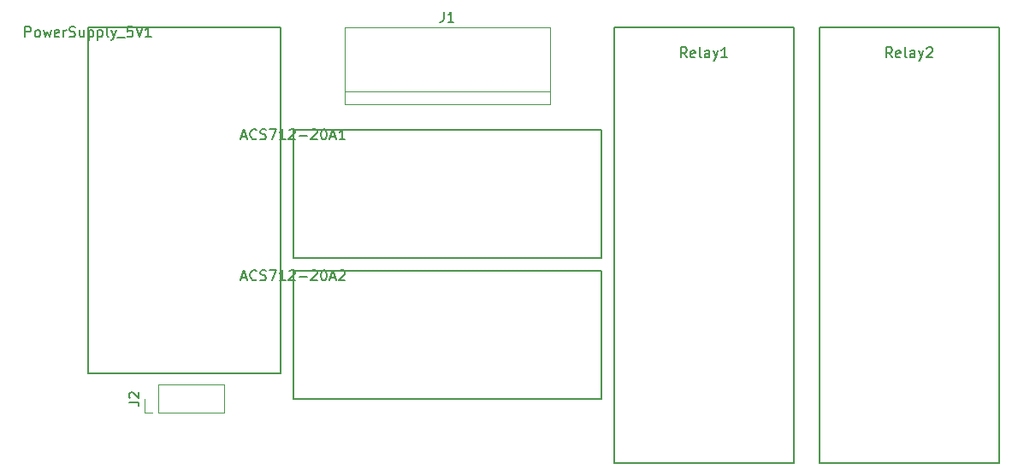
<source format=gbr>
G04 #@! TF.FileFunction,Legend,Top*
%FSLAX46Y46*%
G04 Gerber Fmt 4.6, Leading zero omitted, Abs format (unit mm)*
G04 Created by KiCad (PCBNEW 4.0.6) date Fri Aug 18 12:54:38 2017*
%MOMM*%
%LPD*%
G01*
G04 APERTURE LIST*
%ADD10C,0.100000*%
%ADD11C,0.150000*%
%ADD12C,0.120000*%
G04 APERTURE END LIST*
D10*
D11*
X157480000Y-63500000D02*
X157480000Y-50800000D01*
X157480000Y-50800000D02*
X127000000Y-50800000D01*
X127000000Y-50800000D02*
X127000000Y-63500000D01*
X127000000Y-63500000D02*
X157480000Y-63500000D01*
X157480000Y-77470000D02*
X157480000Y-64770000D01*
X157480000Y-64770000D02*
X127000000Y-64770000D01*
X127000000Y-64770000D02*
X127000000Y-77470000D01*
X127000000Y-77470000D02*
X157480000Y-77470000D01*
D12*
X132080000Y-40640000D02*
X132080000Y-48260000D01*
X152400000Y-48260000D02*
X152400000Y-40640000D01*
X152400000Y-46990000D02*
X132080000Y-46990000D01*
X132080000Y-40640000D02*
X152400000Y-40640000D01*
X132080000Y-48260000D02*
X152400000Y-48260000D01*
X113665000Y-78860000D02*
X120135000Y-78860000D01*
X120135000Y-78860000D02*
X120135000Y-76080000D01*
X120135000Y-76080000D02*
X113665000Y-76080000D01*
X113665000Y-76080000D02*
X113665000Y-78860000D01*
X113030000Y-78860000D02*
X112275000Y-78860000D01*
X112275000Y-78860000D02*
X112275000Y-77470000D01*
D11*
X125730000Y-74930000D02*
X125730000Y-40640000D01*
X125730000Y-40640000D02*
X106680000Y-40640000D01*
X106680000Y-40640000D02*
X106680000Y-74930000D01*
X106680000Y-74930000D02*
X125730000Y-74930000D01*
X176530000Y-83820000D02*
X176530000Y-40640000D01*
X176530000Y-40640000D02*
X158750000Y-40640000D01*
X158750000Y-40640000D02*
X158750000Y-83820000D01*
X158750000Y-83820000D02*
X176530000Y-83820000D01*
X196850000Y-83820000D02*
X196850000Y-40640000D01*
X196850000Y-40640000D02*
X179070000Y-40640000D01*
X179070000Y-40640000D02*
X179070000Y-83820000D01*
X179070000Y-83820000D02*
X196850000Y-83820000D01*
X121880952Y-51466667D02*
X122357143Y-51466667D01*
X121785714Y-51752381D02*
X122119047Y-50752381D01*
X122452381Y-51752381D01*
X123357143Y-51657143D02*
X123309524Y-51704762D01*
X123166667Y-51752381D01*
X123071429Y-51752381D01*
X122928571Y-51704762D01*
X122833333Y-51609524D01*
X122785714Y-51514286D01*
X122738095Y-51323810D01*
X122738095Y-51180952D01*
X122785714Y-50990476D01*
X122833333Y-50895238D01*
X122928571Y-50800000D01*
X123071429Y-50752381D01*
X123166667Y-50752381D01*
X123309524Y-50800000D01*
X123357143Y-50847619D01*
X123738095Y-51704762D02*
X123880952Y-51752381D01*
X124119048Y-51752381D01*
X124214286Y-51704762D01*
X124261905Y-51657143D01*
X124309524Y-51561905D01*
X124309524Y-51466667D01*
X124261905Y-51371429D01*
X124214286Y-51323810D01*
X124119048Y-51276190D01*
X123928571Y-51228571D01*
X123833333Y-51180952D01*
X123785714Y-51133333D01*
X123738095Y-51038095D01*
X123738095Y-50942857D01*
X123785714Y-50847619D01*
X123833333Y-50800000D01*
X123928571Y-50752381D01*
X124166667Y-50752381D01*
X124309524Y-50800000D01*
X124642857Y-50752381D02*
X125309524Y-50752381D01*
X124880952Y-51752381D01*
X126214286Y-51752381D02*
X125642857Y-51752381D01*
X125928571Y-51752381D02*
X125928571Y-50752381D01*
X125833333Y-50895238D01*
X125738095Y-50990476D01*
X125642857Y-51038095D01*
X126595238Y-50847619D02*
X126642857Y-50800000D01*
X126738095Y-50752381D01*
X126976191Y-50752381D01*
X127071429Y-50800000D01*
X127119048Y-50847619D01*
X127166667Y-50942857D01*
X127166667Y-51038095D01*
X127119048Y-51180952D01*
X126547619Y-51752381D01*
X127166667Y-51752381D01*
X127595238Y-51371429D02*
X128357143Y-51371429D01*
X128785714Y-50847619D02*
X128833333Y-50800000D01*
X128928571Y-50752381D01*
X129166667Y-50752381D01*
X129261905Y-50800000D01*
X129309524Y-50847619D01*
X129357143Y-50942857D01*
X129357143Y-51038095D01*
X129309524Y-51180952D01*
X128738095Y-51752381D01*
X129357143Y-51752381D01*
X129976190Y-50752381D02*
X130071429Y-50752381D01*
X130166667Y-50800000D01*
X130214286Y-50847619D01*
X130261905Y-50942857D01*
X130309524Y-51133333D01*
X130309524Y-51371429D01*
X130261905Y-51561905D01*
X130214286Y-51657143D01*
X130166667Y-51704762D01*
X130071429Y-51752381D01*
X129976190Y-51752381D01*
X129880952Y-51704762D01*
X129833333Y-51657143D01*
X129785714Y-51561905D01*
X129738095Y-51371429D01*
X129738095Y-51133333D01*
X129785714Y-50942857D01*
X129833333Y-50847619D01*
X129880952Y-50800000D01*
X129976190Y-50752381D01*
X130690476Y-51466667D02*
X131166667Y-51466667D01*
X130595238Y-51752381D02*
X130928571Y-50752381D01*
X131261905Y-51752381D01*
X132119048Y-51752381D02*
X131547619Y-51752381D01*
X131833333Y-51752381D02*
X131833333Y-50752381D01*
X131738095Y-50895238D01*
X131642857Y-50990476D01*
X131547619Y-51038095D01*
X121880952Y-65436667D02*
X122357143Y-65436667D01*
X121785714Y-65722381D02*
X122119047Y-64722381D01*
X122452381Y-65722381D01*
X123357143Y-65627143D02*
X123309524Y-65674762D01*
X123166667Y-65722381D01*
X123071429Y-65722381D01*
X122928571Y-65674762D01*
X122833333Y-65579524D01*
X122785714Y-65484286D01*
X122738095Y-65293810D01*
X122738095Y-65150952D01*
X122785714Y-64960476D01*
X122833333Y-64865238D01*
X122928571Y-64770000D01*
X123071429Y-64722381D01*
X123166667Y-64722381D01*
X123309524Y-64770000D01*
X123357143Y-64817619D01*
X123738095Y-65674762D02*
X123880952Y-65722381D01*
X124119048Y-65722381D01*
X124214286Y-65674762D01*
X124261905Y-65627143D01*
X124309524Y-65531905D01*
X124309524Y-65436667D01*
X124261905Y-65341429D01*
X124214286Y-65293810D01*
X124119048Y-65246190D01*
X123928571Y-65198571D01*
X123833333Y-65150952D01*
X123785714Y-65103333D01*
X123738095Y-65008095D01*
X123738095Y-64912857D01*
X123785714Y-64817619D01*
X123833333Y-64770000D01*
X123928571Y-64722381D01*
X124166667Y-64722381D01*
X124309524Y-64770000D01*
X124642857Y-64722381D02*
X125309524Y-64722381D01*
X124880952Y-65722381D01*
X126214286Y-65722381D02*
X125642857Y-65722381D01*
X125928571Y-65722381D02*
X125928571Y-64722381D01*
X125833333Y-64865238D01*
X125738095Y-64960476D01*
X125642857Y-65008095D01*
X126595238Y-64817619D02*
X126642857Y-64770000D01*
X126738095Y-64722381D01*
X126976191Y-64722381D01*
X127071429Y-64770000D01*
X127119048Y-64817619D01*
X127166667Y-64912857D01*
X127166667Y-65008095D01*
X127119048Y-65150952D01*
X126547619Y-65722381D01*
X127166667Y-65722381D01*
X127595238Y-65341429D02*
X128357143Y-65341429D01*
X128785714Y-64817619D02*
X128833333Y-64770000D01*
X128928571Y-64722381D01*
X129166667Y-64722381D01*
X129261905Y-64770000D01*
X129309524Y-64817619D01*
X129357143Y-64912857D01*
X129357143Y-65008095D01*
X129309524Y-65150952D01*
X128738095Y-65722381D01*
X129357143Y-65722381D01*
X129976190Y-64722381D02*
X130071429Y-64722381D01*
X130166667Y-64770000D01*
X130214286Y-64817619D01*
X130261905Y-64912857D01*
X130309524Y-65103333D01*
X130309524Y-65341429D01*
X130261905Y-65531905D01*
X130214286Y-65627143D01*
X130166667Y-65674762D01*
X130071429Y-65722381D01*
X129976190Y-65722381D01*
X129880952Y-65674762D01*
X129833333Y-65627143D01*
X129785714Y-65531905D01*
X129738095Y-65341429D01*
X129738095Y-65103333D01*
X129785714Y-64912857D01*
X129833333Y-64817619D01*
X129880952Y-64770000D01*
X129976190Y-64722381D01*
X130690476Y-65436667D02*
X131166667Y-65436667D01*
X130595238Y-65722381D02*
X130928571Y-64722381D01*
X131261905Y-65722381D01*
X131547619Y-64817619D02*
X131595238Y-64770000D01*
X131690476Y-64722381D01*
X131928572Y-64722381D01*
X132023810Y-64770000D01*
X132071429Y-64817619D01*
X132119048Y-64912857D01*
X132119048Y-65008095D01*
X132071429Y-65150952D01*
X131500000Y-65722381D01*
X132119048Y-65722381D01*
X141886667Y-39102381D02*
X141886667Y-39816667D01*
X141839047Y-39959524D01*
X141743809Y-40054762D01*
X141600952Y-40102381D01*
X141505714Y-40102381D01*
X142886667Y-40102381D02*
X142315238Y-40102381D01*
X142600952Y-40102381D02*
X142600952Y-39102381D01*
X142505714Y-39245238D01*
X142410476Y-39340476D01*
X142315238Y-39388095D01*
X110727381Y-77803333D02*
X111441667Y-77803333D01*
X111584524Y-77850953D01*
X111679762Y-77946191D01*
X111727381Y-78089048D01*
X111727381Y-78184286D01*
X110822619Y-77374762D02*
X110775000Y-77327143D01*
X110727381Y-77231905D01*
X110727381Y-76993809D01*
X110775000Y-76898571D01*
X110822619Y-76850952D01*
X110917857Y-76803333D01*
X111013095Y-76803333D01*
X111155952Y-76850952D01*
X111727381Y-77422381D01*
X111727381Y-76803333D01*
X100465713Y-41592381D02*
X100465713Y-40592381D01*
X100846666Y-40592381D01*
X100941904Y-40640000D01*
X100989523Y-40687619D01*
X101037142Y-40782857D01*
X101037142Y-40925714D01*
X100989523Y-41020952D01*
X100941904Y-41068571D01*
X100846666Y-41116190D01*
X100465713Y-41116190D01*
X101608570Y-41592381D02*
X101513332Y-41544762D01*
X101465713Y-41497143D01*
X101418094Y-41401905D01*
X101418094Y-41116190D01*
X101465713Y-41020952D01*
X101513332Y-40973333D01*
X101608570Y-40925714D01*
X101751428Y-40925714D01*
X101846666Y-40973333D01*
X101894285Y-41020952D01*
X101941904Y-41116190D01*
X101941904Y-41401905D01*
X101894285Y-41497143D01*
X101846666Y-41544762D01*
X101751428Y-41592381D01*
X101608570Y-41592381D01*
X102275237Y-40925714D02*
X102465713Y-41592381D01*
X102656190Y-41116190D01*
X102846666Y-41592381D01*
X103037142Y-40925714D01*
X103799047Y-41544762D02*
X103703809Y-41592381D01*
X103513332Y-41592381D01*
X103418094Y-41544762D01*
X103370475Y-41449524D01*
X103370475Y-41068571D01*
X103418094Y-40973333D01*
X103513332Y-40925714D01*
X103703809Y-40925714D01*
X103799047Y-40973333D01*
X103846666Y-41068571D01*
X103846666Y-41163810D01*
X103370475Y-41259048D01*
X104275237Y-41592381D02*
X104275237Y-40925714D01*
X104275237Y-41116190D02*
X104322856Y-41020952D01*
X104370475Y-40973333D01*
X104465713Y-40925714D01*
X104560952Y-40925714D01*
X104846666Y-41544762D02*
X104989523Y-41592381D01*
X105227619Y-41592381D01*
X105322857Y-41544762D01*
X105370476Y-41497143D01*
X105418095Y-41401905D01*
X105418095Y-41306667D01*
X105370476Y-41211429D01*
X105322857Y-41163810D01*
X105227619Y-41116190D01*
X105037142Y-41068571D01*
X104941904Y-41020952D01*
X104894285Y-40973333D01*
X104846666Y-40878095D01*
X104846666Y-40782857D01*
X104894285Y-40687619D01*
X104941904Y-40640000D01*
X105037142Y-40592381D01*
X105275238Y-40592381D01*
X105418095Y-40640000D01*
X106275238Y-40925714D02*
X106275238Y-41592381D01*
X105846666Y-40925714D02*
X105846666Y-41449524D01*
X105894285Y-41544762D01*
X105989523Y-41592381D01*
X106132381Y-41592381D01*
X106227619Y-41544762D01*
X106275238Y-41497143D01*
X106751428Y-40925714D02*
X106751428Y-41925714D01*
X106751428Y-40973333D02*
X106846666Y-40925714D01*
X107037143Y-40925714D01*
X107132381Y-40973333D01*
X107180000Y-41020952D01*
X107227619Y-41116190D01*
X107227619Y-41401905D01*
X107180000Y-41497143D01*
X107132381Y-41544762D01*
X107037143Y-41592381D01*
X106846666Y-41592381D01*
X106751428Y-41544762D01*
X107656190Y-40925714D02*
X107656190Y-41925714D01*
X107656190Y-40973333D02*
X107751428Y-40925714D01*
X107941905Y-40925714D01*
X108037143Y-40973333D01*
X108084762Y-41020952D01*
X108132381Y-41116190D01*
X108132381Y-41401905D01*
X108084762Y-41497143D01*
X108037143Y-41544762D01*
X107941905Y-41592381D01*
X107751428Y-41592381D01*
X107656190Y-41544762D01*
X108703809Y-41592381D02*
X108608571Y-41544762D01*
X108560952Y-41449524D01*
X108560952Y-40592381D01*
X108989524Y-40925714D02*
X109227619Y-41592381D01*
X109465715Y-40925714D02*
X109227619Y-41592381D01*
X109132381Y-41830476D01*
X109084762Y-41878095D01*
X108989524Y-41925714D01*
X109608572Y-41687619D02*
X110370477Y-41687619D01*
X111084763Y-40592381D02*
X110608572Y-40592381D01*
X110560953Y-41068571D01*
X110608572Y-41020952D01*
X110703810Y-40973333D01*
X110941906Y-40973333D01*
X111037144Y-41020952D01*
X111084763Y-41068571D01*
X111132382Y-41163810D01*
X111132382Y-41401905D01*
X111084763Y-41497143D01*
X111037144Y-41544762D01*
X110941906Y-41592381D01*
X110703810Y-41592381D01*
X110608572Y-41544762D01*
X110560953Y-41497143D01*
X111418096Y-40592381D02*
X111751429Y-41592381D01*
X112084763Y-40592381D01*
X112941906Y-41592381D02*
X112370477Y-41592381D01*
X112656191Y-41592381D02*
X112656191Y-40592381D01*
X112560953Y-40735238D01*
X112465715Y-40830476D01*
X112370477Y-40878095D01*
X165949524Y-43632381D02*
X165616190Y-43156190D01*
X165378095Y-43632381D02*
X165378095Y-42632381D01*
X165759048Y-42632381D01*
X165854286Y-42680000D01*
X165901905Y-42727619D01*
X165949524Y-42822857D01*
X165949524Y-42965714D01*
X165901905Y-43060952D01*
X165854286Y-43108571D01*
X165759048Y-43156190D01*
X165378095Y-43156190D01*
X166759048Y-43584762D02*
X166663810Y-43632381D01*
X166473333Y-43632381D01*
X166378095Y-43584762D01*
X166330476Y-43489524D01*
X166330476Y-43108571D01*
X166378095Y-43013333D01*
X166473333Y-42965714D01*
X166663810Y-42965714D01*
X166759048Y-43013333D01*
X166806667Y-43108571D01*
X166806667Y-43203810D01*
X166330476Y-43299048D01*
X167378095Y-43632381D02*
X167282857Y-43584762D01*
X167235238Y-43489524D01*
X167235238Y-42632381D01*
X168187620Y-43632381D02*
X168187620Y-43108571D01*
X168140001Y-43013333D01*
X168044763Y-42965714D01*
X167854286Y-42965714D01*
X167759048Y-43013333D01*
X168187620Y-43584762D02*
X168092382Y-43632381D01*
X167854286Y-43632381D01*
X167759048Y-43584762D01*
X167711429Y-43489524D01*
X167711429Y-43394286D01*
X167759048Y-43299048D01*
X167854286Y-43251429D01*
X168092382Y-43251429D01*
X168187620Y-43203810D01*
X168568572Y-42965714D02*
X168806667Y-43632381D01*
X169044763Y-42965714D02*
X168806667Y-43632381D01*
X168711429Y-43870476D01*
X168663810Y-43918095D01*
X168568572Y-43965714D01*
X169949525Y-43632381D02*
X169378096Y-43632381D01*
X169663810Y-43632381D02*
X169663810Y-42632381D01*
X169568572Y-42775238D01*
X169473334Y-42870476D01*
X169378096Y-42918095D01*
X186269524Y-43632381D02*
X185936190Y-43156190D01*
X185698095Y-43632381D02*
X185698095Y-42632381D01*
X186079048Y-42632381D01*
X186174286Y-42680000D01*
X186221905Y-42727619D01*
X186269524Y-42822857D01*
X186269524Y-42965714D01*
X186221905Y-43060952D01*
X186174286Y-43108571D01*
X186079048Y-43156190D01*
X185698095Y-43156190D01*
X187079048Y-43584762D02*
X186983810Y-43632381D01*
X186793333Y-43632381D01*
X186698095Y-43584762D01*
X186650476Y-43489524D01*
X186650476Y-43108571D01*
X186698095Y-43013333D01*
X186793333Y-42965714D01*
X186983810Y-42965714D01*
X187079048Y-43013333D01*
X187126667Y-43108571D01*
X187126667Y-43203810D01*
X186650476Y-43299048D01*
X187698095Y-43632381D02*
X187602857Y-43584762D01*
X187555238Y-43489524D01*
X187555238Y-42632381D01*
X188507620Y-43632381D02*
X188507620Y-43108571D01*
X188460001Y-43013333D01*
X188364763Y-42965714D01*
X188174286Y-42965714D01*
X188079048Y-43013333D01*
X188507620Y-43584762D02*
X188412382Y-43632381D01*
X188174286Y-43632381D01*
X188079048Y-43584762D01*
X188031429Y-43489524D01*
X188031429Y-43394286D01*
X188079048Y-43299048D01*
X188174286Y-43251429D01*
X188412382Y-43251429D01*
X188507620Y-43203810D01*
X188888572Y-42965714D02*
X189126667Y-43632381D01*
X189364763Y-42965714D02*
X189126667Y-43632381D01*
X189031429Y-43870476D01*
X188983810Y-43918095D01*
X188888572Y-43965714D01*
X189698096Y-42727619D02*
X189745715Y-42680000D01*
X189840953Y-42632381D01*
X190079049Y-42632381D01*
X190174287Y-42680000D01*
X190221906Y-42727619D01*
X190269525Y-42822857D01*
X190269525Y-42918095D01*
X190221906Y-43060952D01*
X189650477Y-43632381D01*
X190269525Y-43632381D01*
M02*

</source>
